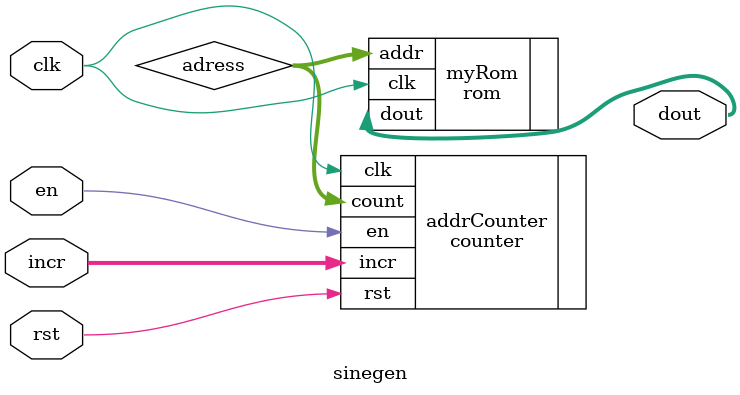
<source format=sv>
module sinegen#(
 parameter A_WIDTH = 8,
           D_WIDTH = 8
)(
  // interface signals
  input  logic               clk,      // clock 
  input  logic               rst,      // reset 
  input  logic               en,       // enable
  input  logic [D_WIDTH-1:0] incr,     // counter input
  output logic [D_WIDTH-1:0] dout      // rom output     
);

logic  [A_WIDTH-1:0]       adress;    // interconnect wire


counter addrCounter (
  .clk (clk),
  .rst (rst),
  .en (en),
  .incr (incr),
  .count (adress)
);

rom myRom(
    .clk (clk),
    .addr (adress),
    .dout (dout)
);
endmodule

</source>
